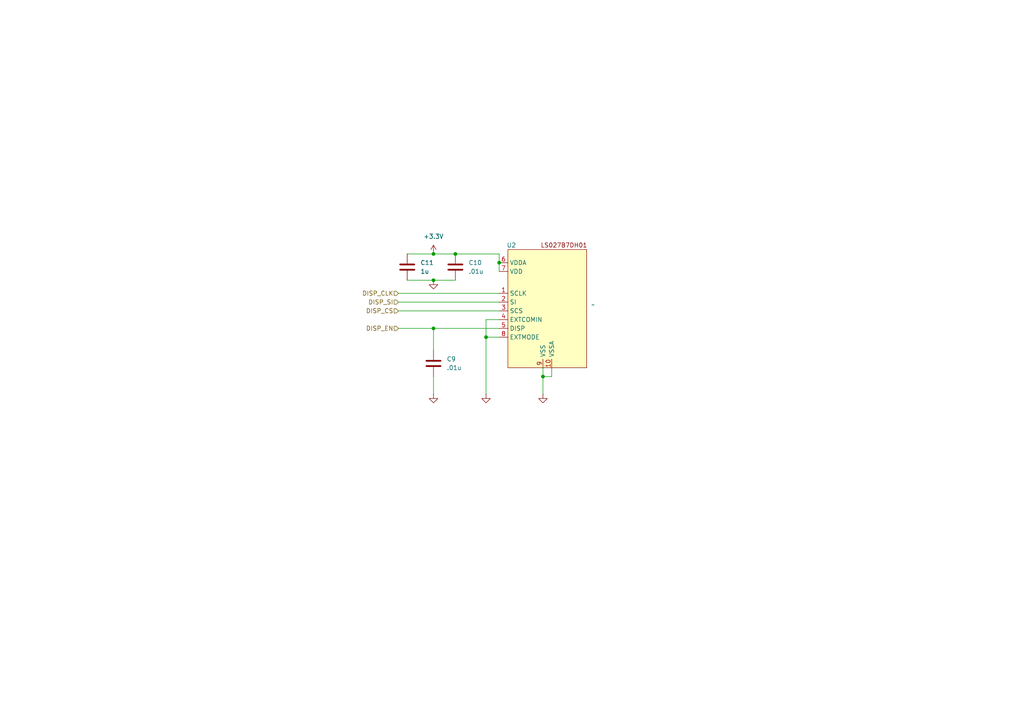
<source format=kicad_sch>
(kicad_sch (version 20231120) (generator "eeschema") (generator_version "8.0")
  (paper "A4")
  (title_block (title "Chess Timer") (rev "A") (company "tRichCS"))
  (lib_symbols
    (symbol "Device:C" (pin_numbers hide) (pin_names (offset 0.254))
      (property "Reference" "C" (at 0.635 2.54 0))
      (property "Value" "C" (at 0.635 -2.54 0))
      (symbol "C_0_1"
        (polyline (pts (xy -2.032 -0.762) (xy 2.032 -0.762)) (stroke (width 0.508)))
        (polyline (pts (xy -2.032 0.762) (xy 2.032 0.762)) (stroke (width 0.508)))
      )
      (symbol "C_1_1"
        (pin passive line (at 0 3.81 270) (length 2.794) (name "~") (number "1"))
        (pin passive line (at 0 -3.81 90) (length 2.794) (name "~") (number "2"))
      )
    )
    (symbol "Display_Memory:LS027B7DH01"
      (property "Reference" "U" (at -10.414 19.05 0))
      (symbol "LS027B7DH01_1_1"
        (rectangle (start -11.43 17.78) (end 11.43 -16.51) (fill (type background)))
        (text "LS027B7DH01" (at 4.826 19.05 0) (effects (font (size 1.27 1.27))))
        (pin input line (at -13.97 5.08 0) (length 2.54) (name "SCLK") (number "1"))
        (pin power_in line (at 1.27 -16.51 90) (length 2.54) (name "VSSA") (number "10"))
        (pin input line (at -13.97 2.54 0) (length 2.54) (name "SI") (number "2"))
        (pin input line (at -13.97 0 0) (length 2.54) (name "SCS") (number "3"))
        (pin input line (at -13.97 -2.54 0) (length 2.54) (name "EXTCOMIN") (number "4"))
        (pin input line (at -13.97 -5.08 0) (length 2.54) (name "DISP") (number "5"))
        (pin power_in line (at -13.97 13.97 0) (length 2.54) (name "VDDA") (number "6"))
        (pin power_in line (at -13.97 11.43 0) (length 2.54) (name "VDD") (number "7"))
        (pin input line (at -13.97 -7.62 0) (length 2.54) (name "EXTMODE") (number "8"))
        (pin power_in line (at -1.27 -16.51 90) (length 2.54) (name "VSS") (number "9"))
      )
    )
    (symbol "power:+3.3V" (power) (pin_numbers hide) (pin_names (offset 0) hide)
      (property "Value" "+3.3V" (at 0 3.556 0))
      (symbol "+3.3V_0_1"
        (polyline (pts (xy -0.762 1.27) (xy 0 2.54)))
        (polyline (pts (xy 0 0) (xy 0 2.54)))
        (polyline (pts (xy 0 2.54) (xy 0.762 1.27)))
      )
      (symbol "+3.3V_1_1"
        (pin power_in line (at 0 0 90) (length 0) (name "~") (number "1"))
      )
    )
    (symbol "power:GND" (power) (pin_numbers hide) (pin_names (offset 0) hide)
      (property "Value" "GND" (at 0 -3.81 0))
      (symbol "GND_0_1"
        (polyline (pts (xy 0 0) (xy 0 -1.27) (xy 1.27 -1.27) (xy 0 -2.54) (xy -1.27 -1.27) (xy 0 -1.27)))
      )
      (symbol "GND_1_1"
        (pin power_in line (at 0 0 270) (length 0) (name "~") (number "1"))
      )
    )
  )
  (junction (at 132.08 73.66))
  (junction (at 125.73 95.25))
  (junction (at 125.73 73.66))
  (junction (at 157.48 109.22))
  (junction (at 125.73 81.28))
  (junction (at 144.78 76.2))
  (junction (at 140.97 97.79))
  (wire (pts (xy 132.08 73.66) (xy 144.78 73.66)))
  (wire (pts (xy 118.11 73.66) (xy 125.73 73.66)))
  (wire (pts (xy 160.02 106.68) (xy 160.02 109.22)))
  (wire (pts (xy 118.11 81.28) (xy 125.73 81.28)))
  (wire (pts (xy 144.78 73.66) (xy 144.78 76.2)))
  (wire (pts (xy 125.73 81.28) (xy 132.08 81.28)))
  (wire (pts (xy 115.57 95.25) (xy 125.73 95.25)))
  (wire (pts (xy 125.73 109.22) (xy 125.73 114.3)))
  (wire (pts (xy 140.97 97.79) (xy 144.78 97.79)))
  (wire (pts (xy 125.73 73.66) (xy 132.08 73.66)))
  (wire (pts (xy 115.57 87.63) (xy 144.78 87.63)))
  (wire (pts (xy 125.73 95.25) (xy 144.78 95.25)))
  (wire (pts (xy 115.57 90.17) (xy 144.78 90.17)))
  (wire (pts (xy 140.97 114.3) (xy 140.97 97.79)))
  (wire (pts (xy 157.48 109.22) (xy 157.48 106.68)))
  (wire (pts (xy 140.97 92.71) (xy 144.78 92.71)))
  (wire (pts (xy 160.02 109.22) (xy 157.48 109.22)))
  (wire (pts (xy 157.48 114.3) (xy 157.48 109.22)))
  (wire (pts (xy 140.97 97.79) (xy 140.97 92.71)))
  (wire (pts (xy 115.57 85.09) (xy 144.78 85.09)))
  (wire (pts (xy 144.78 76.2) (xy 144.78 78.74)))
  (wire (pts (xy 125.73 95.25) (xy 125.73 101.6)))
  (hierarchical_label "DISP_SI" (shape input) (at 115.57 87.63 180))
  (hierarchical_label "DISP_CS" (shape input) (at 115.57 90.17 180))
  (hierarchical_label "DISP_EN" (shape input) (at 115.57 95.25 180))
  (hierarchical_label "DISP_CLK" (shape input) (at 115.57 85.09 180))
  (symbol (lib_id "Device:C") (at 125.73 105.41 0) (unit 1)
    (property "Reference" "C9" (at 129.54 104.1399 0) (effects (justify left)))
    (property "Value" ".01u" (at 129.54 106.6799 0) (effects (justify left)))
    (property "Description" "Unpolarized capacitor" (effects (hide yes)))
  )
  (symbol (lib_id "Display_Memory:LS027B7DH01") (at 158.75 90.17 0) (unit 1)
    (property "Reference" "U2" (at 148.336 71.12 0))
    (property "Value" "~" (at 171.45 88.3892 0) (effects (justify left)))
    (property "Description" "SHARP Monochrome Memory Display 420x200" (effects (hide yes)))
  )
  (symbol (lib_id "power:GND") (at 125.73 114.3 0) (unit 1)
    (property "Reference" "#PWR013" (effects (hide yes)))
    (property "Value" "GND" (effects (hide yes)))
    (property "Description" "Power symbol creates a global label with name \"GND\" , ground" (effects (hide yes)))
  )
  (symbol (lib_id "power:GND") (at 140.97 114.3 0) (unit 1)
    (property "Reference" "#PWR015" (effects (hide yes)))
    (property "Value" "GND" (effects (hide yes)))
    (property "Description" "Power symbol creates a global label with name \"GND\" , ground" (effects (hide yes)))
  )
  (symbol (lib_id "power:+3.3V") (at 125.73 73.66 0) (unit 1)
    (property "Reference" "#PWR014" (effects (hide yes)))
    (property "Value" "+3.3V" (at 125.73 68.58 0))
    (property "Description" "Power symbol creates a global label with name \"+3.3V\"" (effects (hide yes)))
  )
  (symbol (lib_id "power:GND") (at 125.73 81.28 0) (unit 1)
    (property "Reference" "#PWR016" (effects (hide yes)))
    (property "Value" "GND" (effects (hide yes)))
    (property "Description" "Power symbol creates a global label with name \"GND\" , ground" (effects (hide yes)))
  )
  (symbol (lib_id "Device:C") (at 118.11 77.47 0) (unit 1)
    (property "Reference" "C11" (at 121.92 76.1999 0) (effects (justify left)))
    (property "Value" "1u" (at 121.92 78.7399 0) (effects (justify left)))
    (property "Description" "Unpolarized capacitor" (effects (hide yes)))
  )
  (symbol (lib_id "power:GND") (at 157.48 114.3 0) (unit 1)
    (property "Reference" "#PWR012" (effects (hide yes)))
    (property "Value" "GND" (effects (hide yes)))
    (property "Description" "Power symbol creates a global label with name \"GND\" , ground" (effects (hide yes)))
  )
  (symbol (lib_id "Device:C") (at 132.08 77.47 180) (unit 1)
    (property "Reference" "C10" (at 135.89 76.1999 0) (effects (justify right)))
    (property "Value" ".01u" (at 135.89 78.7399 0) (effects (justify right)))
    (property "Description" "Unpolarized capacitor" (effects (hide yes)))
  )
)
</source>
